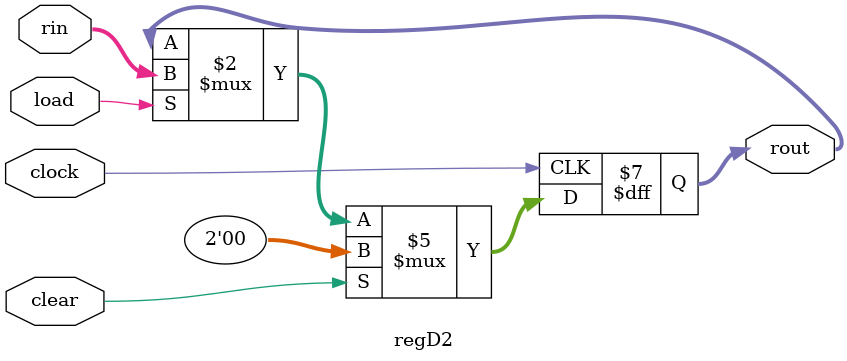
<source format=v>
`timescale 1ns / 1ps


module regD2(rout, rin, clear, load, clock);
    parameter Width = 2;
    output[Width - 1:0] rout;
    reg[Width - 1:0] rout;
    input[Width - 1:0] rin;
    input clear, load, clock;
    
    always@ (posedge clock)
        if (clear)
            rout <= 0;
        else if (load)
            rout <= rin;
            
endmodule
</source>
